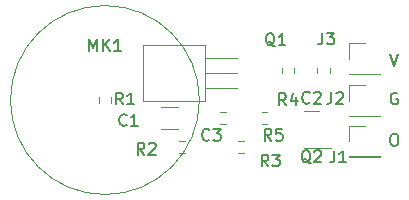
<source format=gbr>
%TF.GenerationSoftware,KiCad,Pcbnew,6.99.0-unknown-5c4f49351d~148~ubuntu20.04.1*%
%TF.CreationDate,2022-05-13T09:59:27+08:00*%
%TF.ProjectId,hydrophone,68796472-6f70-4686-9f6e-652e6b696361,rev?*%
%TF.SameCoordinates,Original*%
%TF.FileFunction,Legend,Top*%
%TF.FilePolarity,Positive*%
%FSLAX46Y46*%
G04 Gerber Fmt 4.6, Leading zero omitted, Abs format (unit mm)*
G04 Created by KiCad (PCBNEW 6.99.0-unknown-5c4f49351d~148~ubuntu20.04.1) date 2022-05-13 09:59:27*
%MOMM*%
%LPD*%
G01*
G04 APERTURE LIST*
%ADD10C,0.150000*%
%ADD11C,0.120000*%
G04 APERTURE END LIST*
D10*
X147166667Y-53617380D02*
X147500000Y-54617380D01*
X147500000Y-54617380D02*
X147833333Y-53617380D01*
X147404762Y-60367380D02*
X147595238Y-60367380D01*
X147595238Y-60367380D02*
X147690476Y-60415000D01*
X147690476Y-60415000D02*
X147785714Y-60510238D01*
X147785714Y-60510238D02*
X147833333Y-60700714D01*
X147833333Y-60700714D02*
X147833333Y-61034047D01*
X147833333Y-61034047D02*
X147785714Y-61224523D01*
X147785714Y-61224523D02*
X147690476Y-61319761D01*
X147690476Y-61319761D02*
X147595238Y-61367380D01*
X147595238Y-61367380D02*
X147404762Y-61367380D01*
X147404762Y-61367380D02*
X147309524Y-61319761D01*
X147309524Y-61319761D02*
X147214286Y-61224523D01*
X147214286Y-61224523D02*
X147166667Y-61034047D01*
X147166667Y-61034047D02*
X147166667Y-60700714D01*
X147166667Y-60700714D02*
X147214286Y-60510238D01*
X147214286Y-60510238D02*
X147309524Y-60415000D01*
X147309524Y-60415000D02*
X147404762Y-60367380D01*
X147761904Y-56915000D02*
X147666666Y-56867380D01*
X147666666Y-56867380D02*
X147523809Y-56867380D01*
X147523809Y-56867380D02*
X147380952Y-56915000D01*
X147380952Y-56915000D02*
X147285714Y-57010238D01*
X147285714Y-57010238D02*
X147238095Y-57105476D01*
X147238095Y-57105476D02*
X147190476Y-57295952D01*
X147190476Y-57295952D02*
X147190476Y-57438809D01*
X147190476Y-57438809D02*
X147238095Y-57629285D01*
X147238095Y-57629285D02*
X147285714Y-57724523D01*
X147285714Y-57724523D02*
X147380952Y-57819761D01*
X147380952Y-57819761D02*
X147523809Y-57867380D01*
X147523809Y-57867380D02*
X147619047Y-57867380D01*
X147619047Y-57867380D02*
X147761904Y-57819761D01*
X147761904Y-57819761D02*
X147809523Y-57772142D01*
X147809523Y-57772142D02*
X147809523Y-57438809D01*
X147809523Y-57438809D02*
X147619047Y-57438809D01*
%TO.C,R3*%
X136833333Y-63117380D02*
X136500000Y-62641190D01*
X136261905Y-63117380D02*
X136261905Y-62117380D01*
X136261905Y-62117380D02*
X136642857Y-62117380D01*
X136642857Y-62117380D02*
X136738095Y-62165000D01*
X136738095Y-62165000D02*
X136785714Y-62212619D01*
X136785714Y-62212619D02*
X136833333Y-62307857D01*
X136833333Y-62307857D02*
X136833333Y-62450714D01*
X136833333Y-62450714D02*
X136785714Y-62545952D01*
X136785714Y-62545952D02*
X136738095Y-62593571D01*
X136738095Y-62593571D02*
X136642857Y-62641190D01*
X136642857Y-62641190D02*
X136261905Y-62641190D01*
X137166667Y-62117380D02*
X137785714Y-62117380D01*
X137785714Y-62117380D02*
X137452381Y-62498333D01*
X137452381Y-62498333D02*
X137595238Y-62498333D01*
X137595238Y-62498333D02*
X137690476Y-62545952D01*
X137690476Y-62545952D02*
X137738095Y-62593571D01*
X137738095Y-62593571D02*
X137785714Y-62688809D01*
X137785714Y-62688809D02*
X137785714Y-62926904D01*
X137785714Y-62926904D02*
X137738095Y-63022142D01*
X137738095Y-63022142D02*
X137690476Y-63069761D01*
X137690476Y-63069761D02*
X137595238Y-63117380D01*
X137595238Y-63117380D02*
X137309524Y-63117380D01*
X137309524Y-63117380D02*
X137214286Y-63069761D01*
X137214286Y-63069761D02*
X137166667Y-63022142D01*
%TO.C,C1*%
X124833333Y-59592142D02*
X124785714Y-59639761D01*
X124785714Y-59639761D02*
X124642857Y-59687380D01*
X124642857Y-59687380D02*
X124547619Y-59687380D01*
X124547619Y-59687380D02*
X124404762Y-59639761D01*
X124404762Y-59639761D02*
X124309524Y-59544523D01*
X124309524Y-59544523D02*
X124261905Y-59449285D01*
X124261905Y-59449285D02*
X124214286Y-59258809D01*
X124214286Y-59258809D02*
X124214286Y-59115952D01*
X124214286Y-59115952D02*
X124261905Y-58925476D01*
X124261905Y-58925476D02*
X124309524Y-58830238D01*
X124309524Y-58830238D02*
X124404762Y-58735000D01*
X124404762Y-58735000D02*
X124547619Y-58687380D01*
X124547619Y-58687380D02*
X124642857Y-58687380D01*
X124642857Y-58687380D02*
X124785714Y-58735000D01*
X124785714Y-58735000D02*
X124833333Y-58782619D01*
X125785714Y-59687380D02*
X125214286Y-59687380D01*
X125500000Y-59687380D02*
X125500000Y-58687380D01*
X125500000Y-58687380D02*
X125404762Y-58830238D01*
X125404762Y-58830238D02*
X125309524Y-58925476D01*
X125309524Y-58925476D02*
X125214286Y-58973095D01*
%TO.C,J2*%
X142166666Y-56827380D02*
X142166666Y-57541666D01*
X142166666Y-57541666D02*
X142119047Y-57684523D01*
X142119047Y-57684523D02*
X142023809Y-57779761D01*
X142023809Y-57779761D02*
X141880952Y-57827380D01*
X141880952Y-57827380D02*
X141785714Y-57827380D01*
X142595238Y-56922619D02*
X142642857Y-56875000D01*
X142642857Y-56875000D02*
X142738095Y-56827380D01*
X142738095Y-56827380D02*
X142976190Y-56827380D01*
X142976190Y-56827380D02*
X143071428Y-56875000D01*
X143071428Y-56875000D02*
X143119047Y-56922619D01*
X143119047Y-56922619D02*
X143166666Y-57017857D01*
X143166666Y-57017857D02*
X143166666Y-57113095D01*
X143166666Y-57113095D02*
X143119047Y-57255952D01*
X143119047Y-57255952D02*
X142547619Y-57827380D01*
X142547619Y-57827380D02*
X143166666Y-57827380D01*
%TO.C,R1*%
X124513333Y-57867380D02*
X124180000Y-57391190D01*
X123941905Y-57867380D02*
X123941905Y-56867380D01*
X123941905Y-56867380D02*
X124322857Y-56867380D01*
X124322857Y-56867380D02*
X124418095Y-56915000D01*
X124418095Y-56915000D02*
X124465714Y-56962619D01*
X124465714Y-56962619D02*
X124513333Y-57057857D01*
X124513333Y-57057857D02*
X124513333Y-57200714D01*
X124513333Y-57200714D02*
X124465714Y-57295952D01*
X124465714Y-57295952D02*
X124418095Y-57343571D01*
X124418095Y-57343571D02*
X124322857Y-57391190D01*
X124322857Y-57391190D02*
X123941905Y-57391190D01*
X125465714Y-57867380D02*
X124894286Y-57867380D01*
X125180000Y-57867380D02*
X125180000Y-56867380D01*
X125180000Y-56867380D02*
X125084762Y-57010238D01*
X125084762Y-57010238D02*
X124989524Y-57105476D01*
X124989524Y-57105476D02*
X124894286Y-57153095D01*
%TO.C,C2*%
X140333333Y-57702142D02*
X140285714Y-57749761D01*
X140285714Y-57749761D02*
X140142857Y-57797380D01*
X140142857Y-57797380D02*
X140047619Y-57797380D01*
X140047619Y-57797380D02*
X139904762Y-57749761D01*
X139904762Y-57749761D02*
X139809524Y-57654523D01*
X139809524Y-57654523D02*
X139761905Y-57559285D01*
X139761905Y-57559285D02*
X139714286Y-57368809D01*
X139714286Y-57368809D02*
X139714286Y-57225952D01*
X139714286Y-57225952D02*
X139761905Y-57035476D01*
X139761905Y-57035476D02*
X139809524Y-56940238D01*
X139809524Y-56940238D02*
X139904762Y-56845000D01*
X139904762Y-56845000D02*
X140047619Y-56797380D01*
X140047619Y-56797380D02*
X140142857Y-56797380D01*
X140142857Y-56797380D02*
X140285714Y-56845000D01*
X140285714Y-56845000D02*
X140333333Y-56892619D01*
X140714286Y-56892619D02*
X140761905Y-56845000D01*
X140761905Y-56845000D02*
X140857143Y-56797380D01*
X140857143Y-56797380D02*
X141095238Y-56797380D01*
X141095238Y-56797380D02*
X141190476Y-56845000D01*
X141190476Y-56845000D02*
X141238095Y-56892619D01*
X141238095Y-56892619D02*
X141285714Y-56987857D01*
X141285714Y-56987857D02*
X141285714Y-57083095D01*
X141285714Y-57083095D02*
X141238095Y-57225952D01*
X141238095Y-57225952D02*
X140666667Y-57797380D01*
X140666667Y-57797380D02*
X141285714Y-57797380D01*
%TO.C,R2*%
X126333333Y-62117380D02*
X126000000Y-61641190D01*
X125761905Y-62117380D02*
X125761905Y-61117380D01*
X125761905Y-61117380D02*
X126142857Y-61117380D01*
X126142857Y-61117380D02*
X126238095Y-61165000D01*
X126238095Y-61165000D02*
X126285714Y-61212619D01*
X126285714Y-61212619D02*
X126333333Y-61307857D01*
X126333333Y-61307857D02*
X126333333Y-61450714D01*
X126333333Y-61450714D02*
X126285714Y-61545952D01*
X126285714Y-61545952D02*
X126238095Y-61593571D01*
X126238095Y-61593571D02*
X126142857Y-61641190D01*
X126142857Y-61641190D02*
X125761905Y-61641190D01*
X126714286Y-61212619D02*
X126761905Y-61165000D01*
X126761905Y-61165000D02*
X126857143Y-61117380D01*
X126857143Y-61117380D02*
X127095238Y-61117380D01*
X127095238Y-61117380D02*
X127190476Y-61165000D01*
X127190476Y-61165000D02*
X127238095Y-61212619D01*
X127238095Y-61212619D02*
X127285714Y-61307857D01*
X127285714Y-61307857D02*
X127285714Y-61403095D01*
X127285714Y-61403095D02*
X127238095Y-61545952D01*
X127238095Y-61545952D02*
X126666667Y-62117380D01*
X126666667Y-62117380D02*
X127285714Y-62117380D01*
%TO.C,Q1*%
X137364761Y-52942619D02*
X137269523Y-52895000D01*
X137269523Y-52895000D02*
X137174285Y-52799761D01*
X137174285Y-52799761D02*
X137031428Y-52656904D01*
X137031428Y-52656904D02*
X136936190Y-52609285D01*
X136936190Y-52609285D02*
X136840952Y-52609285D01*
X136888571Y-52847380D02*
X136793333Y-52799761D01*
X136793333Y-52799761D02*
X136698095Y-52704523D01*
X136698095Y-52704523D02*
X136650476Y-52514047D01*
X136650476Y-52514047D02*
X136650476Y-52180714D01*
X136650476Y-52180714D02*
X136698095Y-51990238D01*
X136698095Y-51990238D02*
X136793333Y-51895000D01*
X136793333Y-51895000D02*
X136888571Y-51847380D01*
X136888571Y-51847380D02*
X137079047Y-51847380D01*
X137079047Y-51847380D02*
X137174285Y-51895000D01*
X137174285Y-51895000D02*
X137269523Y-51990238D01*
X137269523Y-51990238D02*
X137317142Y-52180714D01*
X137317142Y-52180714D02*
X137317142Y-52514047D01*
X137317142Y-52514047D02*
X137269523Y-52704523D01*
X137269523Y-52704523D02*
X137174285Y-52799761D01*
X137174285Y-52799761D02*
X137079047Y-52847380D01*
X137079047Y-52847380D02*
X136888571Y-52847380D01*
X138269523Y-52847380D02*
X137698095Y-52847380D01*
X137983809Y-52847380D02*
X137983809Y-51847380D01*
X137983809Y-51847380D02*
X137888571Y-51990238D01*
X137888571Y-51990238D02*
X137793333Y-52085476D01*
X137793333Y-52085476D02*
X137698095Y-52133095D01*
%TO.C,Q2*%
X140404761Y-62862619D02*
X140309523Y-62815000D01*
X140309523Y-62815000D02*
X140214285Y-62719761D01*
X140214285Y-62719761D02*
X140071428Y-62576904D01*
X140071428Y-62576904D02*
X139976190Y-62529285D01*
X139976190Y-62529285D02*
X139880952Y-62529285D01*
X139928571Y-62767380D02*
X139833333Y-62719761D01*
X139833333Y-62719761D02*
X139738095Y-62624523D01*
X139738095Y-62624523D02*
X139690476Y-62434047D01*
X139690476Y-62434047D02*
X139690476Y-62100714D01*
X139690476Y-62100714D02*
X139738095Y-61910238D01*
X139738095Y-61910238D02*
X139833333Y-61815000D01*
X139833333Y-61815000D02*
X139928571Y-61767380D01*
X139928571Y-61767380D02*
X140119047Y-61767380D01*
X140119047Y-61767380D02*
X140214285Y-61815000D01*
X140214285Y-61815000D02*
X140309523Y-61910238D01*
X140309523Y-61910238D02*
X140357142Y-62100714D01*
X140357142Y-62100714D02*
X140357142Y-62434047D01*
X140357142Y-62434047D02*
X140309523Y-62624523D01*
X140309523Y-62624523D02*
X140214285Y-62719761D01*
X140214285Y-62719761D02*
X140119047Y-62767380D01*
X140119047Y-62767380D02*
X139928571Y-62767380D01*
X140738095Y-61862619D02*
X140785714Y-61815000D01*
X140785714Y-61815000D02*
X140880952Y-61767380D01*
X140880952Y-61767380D02*
X141119047Y-61767380D01*
X141119047Y-61767380D02*
X141214285Y-61815000D01*
X141214285Y-61815000D02*
X141261904Y-61862619D01*
X141261904Y-61862619D02*
X141309523Y-61957857D01*
X141309523Y-61957857D02*
X141309523Y-62053095D01*
X141309523Y-62053095D02*
X141261904Y-62195952D01*
X141261904Y-62195952D02*
X140690476Y-62767380D01*
X140690476Y-62767380D02*
X141309523Y-62767380D01*
%TO.C,R4*%
X138333333Y-57937380D02*
X138000000Y-57461190D01*
X137761905Y-57937380D02*
X137761905Y-56937380D01*
X137761905Y-56937380D02*
X138142857Y-56937380D01*
X138142857Y-56937380D02*
X138238095Y-56985000D01*
X138238095Y-56985000D02*
X138285714Y-57032619D01*
X138285714Y-57032619D02*
X138333333Y-57127857D01*
X138333333Y-57127857D02*
X138333333Y-57270714D01*
X138333333Y-57270714D02*
X138285714Y-57365952D01*
X138285714Y-57365952D02*
X138238095Y-57413571D01*
X138238095Y-57413571D02*
X138142857Y-57461190D01*
X138142857Y-57461190D02*
X137761905Y-57461190D01*
X139190476Y-57270714D02*
X139190476Y-57937380D01*
X138952381Y-56889761D02*
X138714286Y-57604047D01*
X138714286Y-57604047D02*
X139333333Y-57604047D01*
%TO.C,R5*%
X137083333Y-60937380D02*
X136750000Y-60461190D01*
X136511905Y-60937380D02*
X136511905Y-59937380D01*
X136511905Y-59937380D02*
X136892857Y-59937380D01*
X136892857Y-59937380D02*
X136988095Y-59985000D01*
X136988095Y-59985000D02*
X137035714Y-60032619D01*
X137035714Y-60032619D02*
X137083333Y-60127857D01*
X137083333Y-60127857D02*
X137083333Y-60270714D01*
X137083333Y-60270714D02*
X137035714Y-60365952D01*
X137035714Y-60365952D02*
X136988095Y-60413571D01*
X136988095Y-60413571D02*
X136892857Y-60461190D01*
X136892857Y-60461190D02*
X136511905Y-60461190D01*
X137988095Y-59937380D02*
X137511905Y-59937380D01*
X137511905Y-59937380D02*
X137464286Y-60413571D01*
X137464286Y-60413571D02*
X137511905Y-60365952D01*
X137511905Y-60365952D02*
X137607143Y-60318333D01*
X137607143Y-60318333D02*
X137845238Y-60318333D01*
X137845238Y-60318333D02*
X137940476Y-60365952D01*
X137940476Y-60365952D02*
X137988095Y-60413571D01*
X137988095Y-60413571D02*
X138035714Y-60508809D01*
X138035714Y-60508809D02*
X138035714Y-60746904D01*
X138035714Y-60746904D02*
X137988095Y-60842142D01*
X137988095Y-60842142D02*
X137940476Y-60889761D01*
X137940476Y-60889761D02*
X137845238Y-60937380D01*
X137845238Y-60937380D02*
X137607143Y-60937380D01*
X137607143Y-60937380D02*
X137511905Y-60889761D01*
X137511905Y-60889761D02*
X137464286Y-60842142D01*
%TO.C,J1*%
X142416666Y-61787380D02*
X142416666Y-62501666D01*
X142416666Y-62501666D02*
X142369047Y-62644523D01*
X142369047Y-62644523D02*
X142273809Y-62739761D01*
X142273809Y-62739761D02*
X142130952Y-62787380D01*
X142130952Y-62787380D02*
X142035714Y-62787380D01*
X143416666Y-62787380D02*
X142845238Y-62787380D01*
X143130952Y-62787380D02*
X143130952Y-61787380D01*
X143130952Y-61787380D02*
X143035714Y-61930238D01*
X143035714Y-61930238D02*
X142940476Y-62025476D01*
X142940476Y-62025476D02*
X142845238Y-62073095D01*
%TO.C,MK1*%
X121690476Y-53367380D02*
X121690476Y-52367380D01*
X121690476Y-52367380D02*
X122023809Y-53081666D01*
X122023809Y-53081666D02*
X122357142Y-52367380D01*
X122357142Y-52367380D02*
X122357142Y-53367380D01*
X122833333Y-53367380D02*
X122833333Y-52367380D01*
X123404761Y-53367380D02*
X122976190Y-52795952D01*
X123404761Y-52367380D02*
X122833333Y-52938809D01*
X124357142Y-53367380D02*
X123785714Y-53367380D01*
X124071428Y-53367380D02*
X124071428Y-52367380D01*
X124071428Y-52367380D02*
X123976190Y-52510238D01*
X123976190Y-52510238D02*
X123880952Y-52605476D01*
X123880952Y-52605476D02*
X123785714Y-52653095D01*
%TO.C,J3*%
X141416666Y-51787380D02*
X141416666Y-52501666D01*
X141416666Y-52501666D02*
X141369047Y-52644523D01*
X141369047Y-52644523D02*
X141273809Y-52739761D01*
X141273809Y-52739761D02*
X141130952Y-52787380D01*
X141130952Y-52787380D02*
X141035714Y-52787380D01*
X141797619Y-51787380D02*
X142416666Y-51787380D01*
X142416666Y-51787380D02*
X142083333Y-52168333D01*
X142083333Y-52168333D02*
X142226190Y-52168333D01*
X142226190Y-52168333D02*
X142321428Y-52215952D01*
X142321428Y-52215952D02*
X142369047Y-52263571D01*
X142369047Y-52263571D02*
X142416666Y-52358809D01*
X142416666Y-52358809D02*
X142416666Y-52596904D01*
X142416666Y-52596904D02*
X142369047Y-52692142D01*
X142369047Y-52692142D02*
X142321428Y-52739761D01*
X142321428Y-52739761D02*
X142226190Y-52787380D01*
X142226190Y-52787380D02*
X141940476Y-52787380D01*
X141940476Y-52787380D02*
X141845238Y-52739761D01*
X141845238Y-52739761D02*
X141797619Y-52692142D01*
%TO.C,C3*%
X131833333Y-60842142D02*
X131785714Y-60889761D01*
X131785714Y-60889761D02*
X131642857Y-60937380D01*
X131642857Y-60937380D02*
X131547619Y-60937380D01*
X131547619Y-60937380D02*
X131404762Y-60889761D01*
X131404762Y-60889761D02*
X131309524Y-60794523D01*
X131309524Y-60794523D02*
X131261905Y-60699285D01*
X131261905Y-60699285D02*
X131214286Y-60508809D01*
X131214286Y-60508809D02*
X131214286Y-60365952D01*
X131214286Y-60365952D02*
X131261905Y-60175476D01*
X131261905Y-60175476D02*
X131309524Y-60080238D01*
X131309524Y-60080238D02*
X131404762Y-59985000D01*
X131404762Y-59985000D02*
X131547619Y-59937380D01*
X131547619Y-59937380D02*
X131642857Y-59937380D01*
X131642857Y-59937380D02*
X131785714Y-59985000D01*
X131785714Y-59985000D02*
X131833333Y-60032619D01*
X132166667Y-59937380D02*
X132785714Y-59937380D01*
X132785714Y-59937380D02*
X132452381Y-60318333D01*
X132452381Y-60318333D02*
X132595238Y-60318333D01*
X132595238Y-60318333D02*
X132690476Y-60365952D01*
X132690476Y-60365952D02*
X132738095Y-60413571D01*
X132738095Y-60413571D02*
X132785714Y-60508809D01*
X132785714Y-60508809D02*
X132785714Y-60746904D01*
X132785714Y-60746904D02*
X132738095Y-60842142D01*
X132738095Y-60842142D02*
X132690476Y-60889761D01*
X132690476Y-60889761D02*
X132595238Y-60937380D01*
X132595238Y-60937380D02*
X132309524Y-60937380D01*
X132309524Y-60937380D02*
X132214286Y-60889761D01*
X132214286Y-60889761D02*
X132166667Y-60842142D01*
D11*
%TO.C,R3*%
X134262742Y-60977500D02*
X134737258Y-60977500D01*
X134262742Y-62022500D02*
X134737258Y-62022500D01*
%TO.C,C1*%
X129227064Y-59910000D02*
X127772936Y-59910000D01*
X129227064Y-58090000D02*
X127772936Y-58090000D01*
%TO.C,J2*%
X143670000Y-57540000D02*
X143670000Y-56210000D01*
X143670000Y-58810000D02*
X146330000Y-58810000D01*
X146330000Y-58810000D02*
X146330000Y-58870000D01*
X143670000Y-58810000D02*
X143670000Y-58870000D01*
X143670000Y-58870000D02*
X146330000Y-58870000D01*
X143670000Y-56210000D02*
X145000000Y-56210000D01*
%TO.C,R1*%
X122477500Y-57262742D02*
X122477500Y-57737258D01*
X123522500Y-57262742D02*
X123522500Y-57737258D01*
%TO.C,C2*%
X142022500Y-55237258D02*
X142022500Y-54762742D01*
X140977500Y-55237258D02*
X140977500Y-54762742D01*
%TO.C,R2*%
X129262742Y-60977500D02*
X129737258Y-60977500D01*
X129262742Y-62022500D02*
X129737258Y-62022500D01*
%TO.C,Q1*%
X126240000Y-52810000D02*
X131430000Y-52810000D01*
X134220000Y-53940000D02*
X131430000Y-53940000D01*
X134220000Y-56480000D02*
X131430000Y-56480000D01*
X131430000Y-52810000D02*
X131430000Y-57610000D01*
X126240000Y-57610000D02*
X126240000Y-52810000D01*
X131430000Y-57610000D02*
X126240000Y-57610000D01*
X134220000Y-55210000D02*
X131430000Y-55210000D01*
%TO.C,Q2*%
X140500000Y-58440000D02*
X139850000Y-58440000D01*
X140500000Y-61560000D02*
X142175000Y-61560000D01*
X140500000Y-61560000D02*
X139850000Y-61560000D01*
X140500000Y-58440000D02*
X141150000Y-58440000D01*
%TO.C,R4*%
X139022500Y-54762742D02*
X139022500Y-55237258D01*
X137977500Y-54762742D02*
X137977500Y-55237258D01*
%TO.C,R5*%
X136262742Y-58477500D02*
X136737258Y-58477500D01*
X136262742Y-59522500D02*
X136737258Y-59522500D01*
%TO.C,J1*%
X143670000Y-62270000D02*
X143670000Y-62330000D01*
X143670000Y-59670000D02*
X145000000Y-59670000D01*
X146330000Y-62270000D02*
X146330000Y-62330000D01*
X143670000Y-61000000D02*
X143670000Y-59670000D01*
X143670000Y-62270000D02*
X146330000Y-62270000D01*
X143670000Y-62330000D02*
X146330000Y-62330000D01*
%TO.C,MK1*%
X131000000Y-57500000D02*
G75*
G03*
X131000000Y-57500000I-8000000J0D01*
G01*
%TO.C,J3*%
X143670000Y-55330000D02*
X146330000Y-55330000D01*
X146330000Y-55270000D02*
X146330000Y-55330000D01*
X143670000Y-55270000D02*
X143670000Y-55330000D01*
X143670000Y-55270000D02*
X146330000Y-55270000D01*
X143670000Y-52670000D02*
X145000000Y-52670000D01*
X143670000Y-54000000D02*
X143670000Y-52670000D01*
%TO.C,C3*%
X132762742Y-58477500D02*
X133237258Y-58477500D01*
X132762742Y-59522500D02*
X133237258Y-59522500D01*
%TD*%
M02*

</source>
